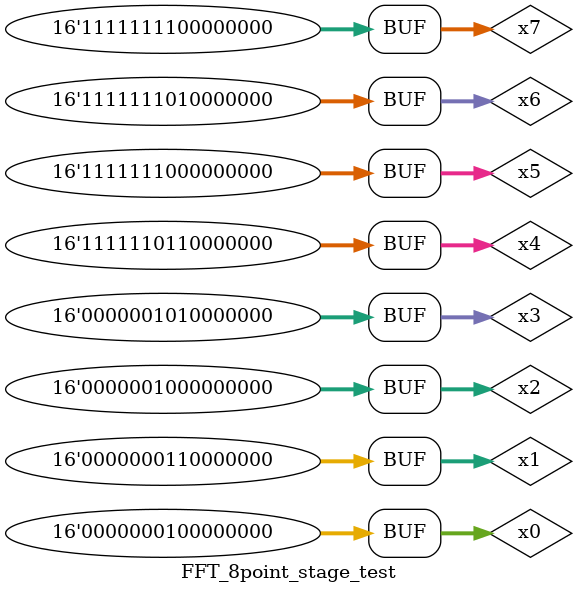
<source format=v>
`timescale 1ns / 1ps


module FFT_8point_stage_test;

	// Inputs
	reg [15:0] x0;
	reg [15:0] x1;
	reg [15:0] x2;
	reg [15:0] x3;
	reg [15:0] x4;
	reg [15:0] x5;
	reg [15:0] x6;
	reg [15:0] x7;

	// Outputs
	wire [15:0] r7;
	wire [15:0] r6;
	wire [15:0] r5;
	wire [15:0] r4;
	wire [15:0] r3;
	wire [15:0] r2;
	wire [15:0] r1;
	wire [15:0] r0;
	wire [15:0] i7;
	wire [15:0] i6;
	wire [15:0] i5;
	wire [15:0] i4;
	wire [15:0] i3;
	wire [15:0] i2;
	wire [15:0] i1;
	wire [15:0] i0;

	// Instantiate the Unit Under Test (UUT)
	FFT_8point_16bit uut (
		.x0(x0), 
		.x1(x1), 
		.x2(x2), 
		.x3(x3), 
		.x4(x4), 
		.x5(x5), 
		.x6(x6), 
		.x7(x7), 
		.r7(r7), 
		.r6(r6), 
		.r5(r5), 
		.r4(r4), 
		.r3(r3), 
		.r2(r2), 
		.r1(r1), 
		.r0(r0), 
		.i7(i7), 
		.i6(i6), 
		.i5(i5), 
		.i4(i4), 
		.i3(i3), 
		.i2(i2), 
		.i1(i1), 
		.i0(i0)
	);

	initial begin
		// Initialize Inputs
		x0 = 256;
		x1 = 384;
		x2 = 512;
		x3 = 640;
		x4 = 64896;
		x5 = 65024;
		x6 = 65152;
		x7 = 65280;

		// Wait 100 ns for global reset to finish
		#100;
        
		

	end
      
endmodule
/*
FFT of sequence - {1,2,3,4,5,6,7,8}
36.000000,0.000000
-4.000000,9.656854
-4.000000,4.000000
-4.000000,1.656854
-4.000000,0.000000
-4.000000,-1.656854
-4.000000,-4.000000
-4.000000,-9.656854
*/

</source>
